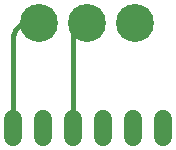
<source format=gbl>
G75*
%MOIN*%
%OFA0B0*%
%FSLAX24Y24*%
%IPPOS*%
%LPD*%
%AMOC8*
5,1,8,0,0,1.08239X$1,22.5*
%
%ADD10C,0.1266*%
%ADD11C,0.0600*%
%ADD12C,0.0160*%
D10*
X003805Y004435D03*
X005405Y004435D03*
X007005Y004435D03*
D11*
X002930Y001210D02*
X002930Y000610D01*
X003930Y000610D02*
X003930Y001210D01*
X004930Y001210D02*
X004930Y000610D01*
X005930Y000610D02*
X005930Y001210D01*
X006930Y001210D02*
X006930Y000610D01*
X007930Y000610D02*
X007930Y001210D01*
D12*
X004930Y000910D02*
X004930Y003960D01*
X004932Y004001D01*
X004937Y004042D01*
X004946Y004083D01*
X004959Y004122D01*
X004975Y004161D01*
X004994Y004198D01*
X005016Y004232D01*
X005041Y004265D01*
X005069Y004296D01*
X005100Y004324D01*
X005133Y004349D01*
X005168Y004371D01*
X005204Y004390D01*
X005243Y004406D01*
X005282Y004419D01*
X005323Y004428D01*
X005364Y004433D01*
X005405Y004435D01*
X003805Y004435D02*
X003430Y004435D01*
X003386Y004433D01*
X003343Y004427D01*
X003301Y004418D01*
X003259Y004405D01*
X003219Y004388D01*
X003180Y004368D01*
X003143Y004345D01*
X003109Y004318D01*
X003076Y004289D01*
X003047Y004256D01*
X003020Y004222D01*
X002997Y004185D01*
X002977Y004146D01*
X002960Y004106D01*
X002947Y004064D01*
X002938Y004022D01*
X002932Y003979D01*
X002930Y003935D01*
X002930Y000910D01*
M02*

</source>
